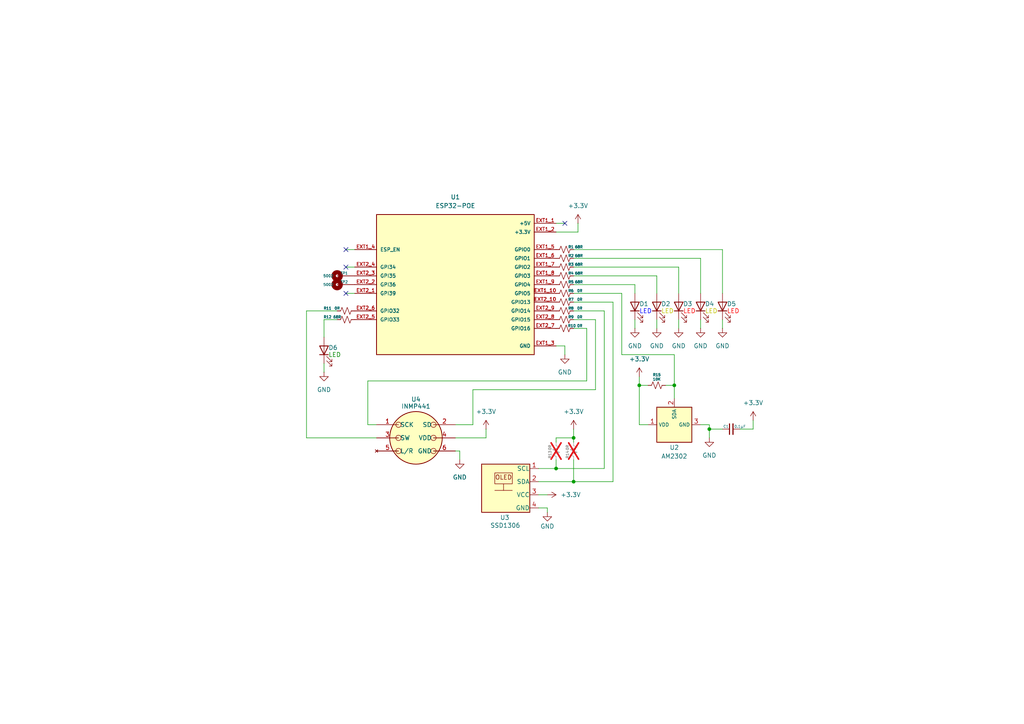
<source format=kicad_sch>
(kicad_sch (version 20250114) (generator "eeschema") (generator_version "9.0")
  (paper "A4")
  (lib_symbols
    (symbol "5002:5002" (pin_names (offset 1.016))
      (property "Reference" "TP" (at 1.016 -0.762 0))
      (property "Value" "5002" (at 4.318 -0.508 0))
      (symbol "5002_0_0"
        (circle (center 0 0) (radius 0.381) (stroke (width 1.27)))
      )
      (symbol "5002_1_0"
        (pin passive line (at -5.08 0 0) (length 5.08) (name "~") (number "TP"))
      )
    )
    (symbol "Custom_Parts:INMP441"
      (property "Reference" "U4" (at 11.176 0 90))
      (property "Value" "INMP441" (at 9.144 0 90))
      (symbol "INMP441_0_1"
        (circle (center -3.81 5.08) (radius 0.762))
        (circle (center -3.81 -5.08) (radius 0.762))
        (circle (center 0 5.08) (radius 0.762))
        (circle (center 0 0) (radius 7.62) (stroke (width 0.254)) (fill (type background)))
        (circle (center 0 -5.08) (radius 0.762))
        (circle (center 3.81 5.08) (radius 0.762))
        (circle (center 3.81 -5.08) (radius 0.762))
      )
      (symbol "INMP441_1_1"
        (pin power_in line (at -3.81 11.43 270) (length 6.35) (name "GND") (number "6"))
        (pin no_connect line (at -3.81 -11.43 90) (length 6.35) (name "L/R") (number "5"))
        (pin power_in line (at 0 11.43 270) (length 6.35) (name "VDD") (number "4"))
        (pin input line (at 0 -11.43 90) (length 6.35) (name "SW") (number "3"))
        (pin input line (at 3.81 11.43 270) (length 6.35) (name "SD") (number "2"))
        (pin input line (at 3.81 -11.43 90) (length 6.35) (name "SCK") (number "1"))
      )
    )
    (symbol "Custom_Parts:SSD1306" (pin_names (offset 0.0254))
      (property "Value" "SSD1306" (at 0 -7.366 0))
      (symbol "SSD1306_0_0"
        (rectangle (start -7.62 7.62) (end 6.35 -6.35) (stroke (width 0.254)) (fill (type background)))
      )
      (symbol "SSD1306_0_1"
        (polyline (pts (xy -1.27 0) (xy 0.635 0) (xy 0.635 2.54) (xy 3.81 2.54) (xy 3.81 -2.54) (xy 0.635 -2.54) (xy 0.635 0)))
        (polyline (pts (xy -1.27 -2.54) (xy -1.27 2.54)))
      )
      (symbol "SSD1306_1_1"
        (text "OLED" (at 2.54 0 900) (effects (font (size 1.27 1.27))))
        (pin power_in line (at -6.35 10.16 270) (length 2.54) (name "GND") (number "4"))
        (pin power_in line (at -2.54 10.16 270) (length 2.54) (name "VCC") (number "3"))
        (pin input line (at 1.27 10.16 270) (length 2.54) (name "SDA") (number "2"))
        (pin input line (at 5.08 10.16 270) (length 2.54) (name "SCL") (number "1"))
      )
    )
    (symbol "Device:C_Small" (pin_numbers (hide yes)) (pin_names (offset 0.254) (hide yes))
      (property "Reference" "C" (at 0.254 1.778 0))
      (property "Value" "C_Small" (at 0.254 -2.032 0))
      (symbol "C_Small_0_1"
        (polyline (pts (xy -1.524 0.508) (xy 1.524 0.508)) (stroke (width 0.3048)))
        (polyline (pts (xy -1.524 -0.508) (xy 1.524 -0.508)) (stroke (width 0.3302)))
      )
      (symbol "C_Small_1_1"
        (pin passive line (at 0 2.54 270) (length 2.032) (name "~") (number "1"))
        (pin passive line (at 0 -2.54 90) (length 2.032) (name "~") (number "2"))
      )
    )
    (symbol "Device:LED" (pin_numbers (hide yes)) (pin_names (offset 1.016) (hide yes))
      (property "Reference" "D" (at 0 2.54 0))
      (property "Value" "LED" (at 0 -2.54 0))
      (symbol "LED_0_1"
        (polyline (pts (xy -3.048 -0.762) (xy -4.572 -2.286) (xy -3.81 -2.286) (xy -4.572 -2.286) (xy -4.572 -1.524)))
        (polyline (pts (xy -1.778 -0.762) (xy -3.302 -2.286) (xy -2.54 -2.286) (xy -3.302 -2.286) (xy -3.302 -1.524)))
        (polyline (pts (xy -1.27 0) (xy 1.27 0)))
        (polyline (pts (xy -1.27 -1.27) (xy -1.27 1.27)) (stroke (width 0.254)))
        (polyline (pts (xy 1.27 -1.27) (xy 1.27 1.27) (xy -1.27 0) (xy 1.27 -1.27)) (stroke (width 0.254)))
      )
      (symbol "LED_1_1"
        (pin passive line (at -3.81 0 0) (length 2.54) (name "C") (number "C"))
        (pin passive line (at 3.81 0 180) (length 2.54) (name "A") (number "A"))
      )
    )
    (symbol "Device:R_Small_US" (pin_numbers (hide yes)) (pin_names (offset 0.254) (hide yes))
      (property "Reference" "R" (at -1.27 1.778 0))
      (property "Value" "R_Small_US" (at 0 1.778 0))
      (symbol "R_Small_US_1_1"
        (polyline (pts (xy 0 0) (xy -0.381 -1.016) (xy -0.762 0) (xy -1.143 1.016) (xy -1.524 0)))
        (polyline (pts (xy 1.524 0) (xy 1.143 -1.016) (xy 0.762 0) (xy 0.381 1.016) (xy 0 0)))
        (pin passive line (at -2.54 0 0) (length 1.016) (name "~") (number "2"))
        (pin passive line (at 2.54 0 180) (length 1.016) (name "~") (number "1"))
      )
    )
    (symbol "ESP32-POE:ESP32-POE" (pin_names (offset 1.016))
      (property "Reference" "U1" (at 0 25.4 0))
      (property "Value" "ESP32-POE" (at 0 22.86 0))
      (symbol "ESP32-POE_0_0"
        (rectangle (start -22.86 20.32) (end 22.86 -20.32) (stroke (width 0.254)) (fill (type background)))
        (pin input line (at -29.21 10.16 0) (length 6.35) (name "ESP_EN") (number "EXT1_4"))
        (pin input line (at -29.21 2.54 0) (length 6.35) (name "GPI35") (number "EXT2_3"))
        (pin input line (at -29.21 -2.54 0) (length 6.35) (name "GPI39") (number "EXT2_1"))
        (pin bidirectional line (at -29.21 -7.62 0) (length 6.35) (name "GPIO32") (number "EXT2_6"))
        (pin bidirectional line (at -29.21 -10.16 0) (length 6.35) (name "GPIO33") (number "EXT2_5"))
        (pin power_in line (at 29.21 17.78 180) (length 6.35) (name "+5V") (number "EXT1_1"))
        (pin power_in line (at 29.21 15.24 180) (length 6.35) (name "+3.3V") (number "EXT1_2"))
        (pin power_in line (at 29.21 -17.78 180) (length 6.35) (name "GND") (number "EXT1_3"))
      )
      (symbol "ESP32-POE_1_0"
        (pin input line (at -29.21 5.08 0) (length 6.35) (name "GPI34") (number "EXT2_4"))
        (pin input line (at -29.21 0 0) (length 6.35) (name "GPI36") (number "EXT2_2"))
        (pin bidirectional line (at 29.21 10.16 180) (length 6.35) (name "GPIO0") (number "EXT1_5"))
        (pin bidirectional line (at 29.21 7.62 180) (length 6.35) (name "GPIO1") (number "EXT1_6"))
        (pin bidirectional line (at 29.21 5.08 180) (length 6.35) (name "GPIO2") (number "EXT1_7"))
        (pin bidirectional line (at 29.21 2.54 180) (length 6.35) (name "GPIO3") (number "EXT1_8"))
        (pin bidirectional line (at 29.21 0 180) (length 6.35) (name "GPIO4") (number "EXT1_9"))
        (pin bidirectional line (at 29.21 -2.54 180) (length 6.35) (name "GPIO5") (number "EXT1_10"))
        (pin bidirectional line (at 29.21 -5.08 180) (length 6.35) (name "GPIO13") (number "EXT2_10"))
        (pin bidirectional line (at 29.21 -7.62 180) (length 6.35) (name "GPIO14") (number "EXT2_9"))
        (pin bidirectional line (at 29.21 -10.16 180) (length 6.35) (name "GPIO15") (number "EXT2_8"))
        (pin bidirectional line (at 29.21 -12.7 180) (length 6.35) (name "GPIO16") (number "EXT2_7"))
      )
    )
    (symbol "Sensor:AM2302"
      (property "Reference" "U2" (at -7.62 0 90))
      (property "Value" "AM2302" (at -10.16 0 90))
      (symbol "AM2302_0_1"
        (rectangle (start -5.08 5.08) (end 5.08 -5.08) (stroke (width 0.254)) (fill (type background)))
      )
      (symbol "AM2302_1_1"
        (pin power_in line (at 0 7.62 270) (length 2.54) (name "VDD") (number "1"))
        (pin power_in line (at 0 -7.62 90) (length 2.54) (name "GND") (number "3"))
        (pin passive line (at 0 -7.62 90) (length 2.54) (hide yes) (name "GND") (number "4"))
        (pin bidirectional line (at 7.62 0 180) (length 2.54) (name "SDA") (number "2"))
      )
    )
    (symbol "power:+3.3V" (power) (pin_numbers (hide yes)) (pin_names (offset 0) (hide yes))
      (property "Value" "+3.3V" (at 0 3.556 0))
      (symbol "+3.3V_0_1"
        (polyline (pts (xy -0.762 1.27) (xy 0 2.54)))
        (polyline (pts (xy 0 2.54) (xy 0.762 1.27)))
        (polyline (pts (xy 0 0) (xy 0 2.54)))
      )
      (symbol "+3.3V_1_1"
        (pin power_in line (at 0 0 90) (length 0) (name "~") (number "1"))
      )
    )
    (symbol "power:GND" (power) (pin_numbers (hide yes)) (pin_names (offset 0) (hide yes))
      (property "Value" "GND" (at 0 -3.81 0))
      (symbol "GND_0_1"
        (polyline (pts (xy 0 0) (xy 0 -1.27) (xy 1.27 -1.27) (xy 0 -2.54) (xy -1.27 -1.27) (xy 0 -1.27)))
      )
      (symbol "GND_1_1"
        (pin power_in line (at 0 0 270) (length 0) (name "~") (number "1"))
      )
    )
  )
  (junction (at 195.58 111.76))
  (junction (at 205.74 124.46))
  (junction (at 166.37 127))
  (junction (at 166.37 139.7))
  (junction (at 185.42 111.76))
  (junction (at 161.29 135.89))
  (no_connect (at 163.83 64.77))
  (no_connect (at 100.33 77.47))
  (no_connect (at 100.33 72.39))
  (no_connect (at 100.33 85.09))
  (wire (pts (xy 161.29 135.89) (xy 156.21 135.89)))
  (wire (pts (xy 156.21 139.7) (xy 166.37 139.7)))
  (wire (pts (xy 180.34 102.87) (xy 195.58 102.87)))
  (wire (pts (xy 166.37 127) (xy 166.37 128.27)))
  (wire (pts (xy 106.68 123.19) (xy 109.22 123.19)))
  (wire (pts (xy 185.42 111.76) (xy 187.96 111.76)))
  (wire (pts (xy 93.98 92.71) (xy 97.79 92.71)))
  (wire (pts (xy 166.37 74.93) (xy 203.2 74.93)))
  (wire (pts (xy 97.79 90.17) (xy 88.9 90.17)))
  (wire (pts (xy 166.37 85.09) (xy 180.34 85.09)))
  (wire (pts (xy 209.55 72.39) (xy 209.55 85.09)))
  (wire (pts (xy 185.42 111.76) (xy 185.42 123.19)))
  (wire (pts (xy 88.9 90.17) (xy 88.9 127)))
  (wire (pts (xy 184.15 82.55) (xy 184.15 85.09)))
  (wire (pts (xy 156.21 143.51) (xy 158.75 143.51)))
  (wire (pts (xy 175.26 90.17) (xy 175.26 135.89)))
  (wire (pts (xy 100.33 72.39) (xy 102.87 72.39)))
  (wire (pts (xy 163.83 100.33) (xy 163.83 102.87)))
  (wire (pts (xy 161.29 135.89) (xy 175.26 135.89)))
  (wire (pts (xy 137.16 123.19) (xy 132.08 123.19)))
  (wire (pts (xy 190.5 92.71) (xy 190.5 95.25)))
  (wire (pts (xy 172.72 92.71) (xy 172.72 113.03)))
  (wire (pts (xy 156.21 147.32) (xy 158.75 147.32)))
  (wire (pts (xy 132.08 130.81) (xy 133.35 130.81)))
  (wire (pts (xy 166.37 87.63) (xy 177.8 87.63)))
  (wire (pts (xy 161.29 67.31) (xy 167.64 67.31)))
  (wire (pts (xy 172.72 113.03) (xy 137.16 113.03)))
  (wire (pts (xy 166.37 133.35) (xy 166.37 139.7)))
  (wire (pts (xy 93.98 92.71) (xy 93.98 97.79)))
  (wire (pts (xy 140.97 124.46) (xy 140.97 127)))
  (wire (pts (xy 93.98 105.41) (xy 93.98 107.95)))
  (wire (pts (xy 161.29 127) (xy 166.37 127)))
  (wire (pts (xy 184.15 92.71) (xy 184.15 95.25)))
  (wire (pts (xy 166.37 80.01) (xy 190.5 80.01)))
  (wire (pts (xy 190.5 80.01) (xy 190.5 85.09)))
  (wire (pts (xy 158.75 147.32) (xy 158.75 148.59)))
  (wire (pts (xy 167.64 64.77) (xy 167.64 67.31)))
  (wire (pts (xy 205.74 123.19) (xy 205.74 124.46)))
  (wire (pts (xy 218.44 124.46) (xy 214.63 124.46)))
  (wire (pts (xy 88.9 127) (xy 109.22 127)))
  (wire (pts (xy 218.44 124.46) (xy 218.44 121.92)))
  (wire (pts (xy 180.34 85.09) (xy 180.34 102.87)))
  (wire (pts (xy 166.37 90.17) (xy 175.26 90.17)))
  (wire (pts (xy 170.18 95.25) (xy 170.18 110.49)))
  (wire (pts (xy 195.58 111.76) (xy 195.58 115.57)))
  (wire (pts (xy 166.37 92.71) (xy 172.72 92.71)))
  (wire (pts (xy 166.37 124.46) (xy 166.37 127)))
  (wire (pts (xy 170.18 110.49) (xy 106.68 110.49)))
  (wire (pts (xy 161.29 64.77) (xy 163.83 64.77)))
  (wire (pts (xy 166.37 95.25) (xy 170.18 95.25)))
  (wire (pts (xy 166.37 72.39) (xy 209.55 72.39)))
  (wire (pts (xy 196.85 77.47) (xy 196.85 85.09)))
  (wire (pts (xy 203.2 123.19) (xy 205.74 123.19)))
  (wire (pts (xy 140.97 127) (xy 132.08 127)))
  (wire (pts (xy 166.37 82.55) (xy 184.15 82.55)))
  (wire (pts (xy 100.33 77.47) (xy 102.87 77.47)))
  (wire (pts (xy 161.29 127) (xy 161.29 128.27)))
  (wire (pts (xy 106.68 110.49) (xy 106.68 123.19)))
  (wire (pts (xy 203.2 92.71) (xy 203.2 95.25)))
  (wire (pts (xy 185.42 109.22) (xy 185.42 111.76)))
  (wire (pts (xy 205.74 124.46) (xy 205.74 127)))
  (wire (pts (xy 203.2 74.93) (xy 203.2 85.09)))
  (wire (pts (xy 177.8 87.63) (xy 177.8 139.7)))
  (wire (pts (xy 100.33 85.09) (xy 102.87 85.09)))
  (wire (pts (xy 166.37 77.47) (xy 196.85 77.47)))
  (wire (pts (xy 205.74 124.46) (xy 209.55 124.46)))
  (wire (pts (xy 161.29 133.35) (xy 161.29 135.89)))
  (wire (pts (xy 196.85 92.71) (xy 196.85 95.25)))
  (wire (pts (xy 195.58 102.87) (xy 195.58 111.76)))
  (wire (pts (xy 193.04 111.76) (xy 195.58 111.76)))
  (wire (pts (xy 187.96 123.19) (xy 185.42 123.19)))
  (wire (pts (xy 209.55 92.71) (xy 209.55 95.25)))
  (wire (pts (xy 166.37 139.7) (xy 177.8 139.7)))
  (wire (pts (xy 161.29 100.33) (xy 163.83 100.33)))
  (wire (pts (xy 133.35 130.81) (xy 133.35 133.35)))
  (wire (pts (xy 137.16 113.03) (xy 137.16 123.19)))
  (symbol (lib_id "Device:LED") (at 93.98 101.6 90) (unit 1)
    (property "Reference" "D6" (at 95.25 100.838 90) (effects (justify right)))
    (property "Value" "LED" (at 95.25 102.87 90) (effects (justify right)))
    (property "Footprint" "Standard_LED_Throughhole:Standard_LED_Throughhole" (effects (hide yes)))
    (property "Description" "Light emitting diode" (effects (hide yes)))
    (property "Sim.Pins" "1=K 2=A" (effects (hide yes)))
  )
  (symbol (lib_id "Device:R_Small_US") (at 163.83 77.47 0) (unit 1)
    (property "Reference" "R3" (at 165.608 76.708 0) (effects (font (size 0.762 0.762))))
    (property "Value" "68R" (at 167.894 76.708 0) (effects (font (size 0.762 0.762))))
    (property "Footprint" "Resistor_SMD:R_0603_1608Metric" (effects (hide yes)))
    (property "Description" "Resistor, small US symbol" (effects (hide yes)))
  )
  (symbol (lib_id "power:+3.3V") (at 218.44 121.92 0) (unit 1)
    (property "Reference" "#PWR016" (effects (hide yes)))
    (property "Value" "+3.3V" (at 218.44 116.84 0))
    (property "Description" "Power symbol creates a global label with name \"+3.3V\"" (effects (hide yes)))
  )
  (symbol (lib_id "Device:R_Small_US") (at 163.83 92.71 0) (unit 1)
    (property "Reference" "R9" (at 165.608 91.948 0) (effects (font (size 0.762 0.762))))
    (property "Value" "0R" (at 168.148 91.948 0) (effects (font (size 0.762 0.762))))
    (property "Footprint" "Resistor_SMD:R_0603_1608Metric" (effects (hide yes)))
    (property "Description" "Resistor, small US symbol" (effects (hide yes)))
  )
  (symbol (lib_id "Device:R_Small_US") (at 166.37 130.81 90) (unit 1) (dnp yes)
    (property "Reference" "R14" (at 164.592 131.826 0) (effects (font (size 0.762 0.762))))
    (property "Value" "0R" (at 164.592 129.794 0) (effects (font (size 0.762 0.762))))
    (property "Footprint" "Resistor_SMD:R_0603_1608Metric" (effects (hide yes)))
    (property "Description" "Resistor, small US symbol" (effects (hide yes)))
  )
  (symbol (lib_id "Device:R_Small_US") (at 163.83 85.09 0) (unit 1)
    (property "Reference" "R6" (at 165.608 84.328 0) (effects (font (size 0.762 0.762))))
    (property "Value" "0R" (at 168.148 84.328 0) (effects (font (size 0.762 0.762))))
    (property "Footprint" "Resistor_SMD:R_0603_1608Metric" (effects (hide yes)))
    (property "Description" "Resistor, small US symbol" (effects (hide yes)))
  )
  (symbol (lib_id "Device:R_Small_US") (at 163.83 87.63 0) (unit 1)
    (property "Reference" "R7" (at 165.608 86.868 0) (effects (font (size 0.762 0.762))))
    (property "Value" "0R" (at 168.148 86.868 0) (effects (font (size 0.762 0.762))))
    (property "Footprint" "Resistor_SMD:R_0603_1608Metric" (effects (hide yes)))
    (property "Description" "Resistor, small US symbol" (effects (hide yes)))
  )
  (symbol (lib_id "5002:5002") (at 97.79 80.01 180) (unit 1)
    (property "Reference" "TP1" (at 99.822 79.248 0) (effects (font (size 0.762 0.762) (thickness 0.0953))))
    (property "Value" "5002" (at 95.25 80.01 0) (effects (font (size 0.762 0.762) (thickness 0.0953))))
    (property "Footprint" "5002:KEYSTONE_5002" (effects (hide yes)))
    (property "PARTREV" "H" (effects (hide yes)))
    (property "STANDARD" "Manufacturer Recommendations" (effects (hide yes)))
    (property "SNAPEDA_PN" "5000" (effects (hide yes)))
    (property "MAXIMUM_PACKAGE_HEIGHT" "4.57 mm" (effects (hide yes)))
    (property "MANUFACTURER" "Keystone" (effects (hide yes)))
  )
  (symbol (lib_id "power:GND") (at 196.85 95.25 0) (unit 1)
    (property "Reference" "#PWR05" (effects (hide yes)))
    (property "Value" "GND" (at 196.85 100.33 0))
    (property "Description" "Power symbol creates a global label with name \"GND\" , ground" (effects (hide yes)))
  )
  (symbol (lib_id "Device:LED") (at 196.85 88.9 90) (unit 1)
    (property "Reference" "D3" (at 198.12 88.138 90) (effects (justify right)))
    (property "Value" "LED" (at 198.12 90.17 90) (effects (justify right)))
    (property "Footprint" "Standard_LED_Throughhole:Standard_LED_Throughhole" (effects (hide yes)))
    (property "Description" "Light emitting diode" (effects (hide yes)))
    (property "Sim.Pins" "1=K 2=A" (effects (hide yes)))
  )
  (symbol (lib_id "power:GND") (at 209.55 95.25 0) (unit 1)
    (property "Reference" "#PWR07" (effects (hide yes)))
    (property "Value" "GND" (at 209.55 100.33 0))
    (property "Description" "Power symbol creates a global label with name \"GND\" , ground" (effects (hide yes)))
  )
  (symbol (lib_id "power:GND") (at 190.5 95.25 0) (unit 1)
    (property "Reference" "#PWR04" (effects (hide yes)))
    (property "Value" "GND" (at 190.5 100.33 0))
    (property "Description" "Power symbol creates a global label with name \"GND\" , ground" (effects (hide yes)))
  )
  (symbol (lib_id "power:GND") (at 184.15 95.25 0) (unit 1)
    (property "Reference" "#PWR02" (effects (hide yes)))
    (property "Value" "GND" (at 184.15 100.33 0))
    (property "Description" "Power symbol creates a global label with name \"GND\" , ground" (effects (hide yes)))
  )
  (symbol (lib_id "power:+3.3V") (at 158.75 143.51 270) (unit 1)
    (property "Reference" "#PWR013" (effects (hide yes)))
    (property "Value" "+3.3V" (at 162.56 143.5099 90) (effects (justify left)))
    (property "Description" "Power symbol creates a global label with name \"+3.3V\"" (effects (hide yes)))
  )
  (symbol (lib_id "Device:LED") (at 190.5 88.9 90) (unit 1)
    (property "Reference" "D2" (at 191.77 88.138 90) (effects (justify right)))
    (property "Value" "LED" (at 191.77 90.17 90) (effects (justify right)))
    (property "Footprint" "Standard_LED_Throughhole:Standard_LED_Throughhole" (effects (hide yes)))
    (property "Description" "Light emitting diode" (effects (hide yes)))
    (property "Sim.Pins" "1=K 2=A" (effects (hide yes)))
  )
  (symbol (lib_id "power:GND") (at 133.35 133.35 0) (unit 1)
    (property "Reference" "#PWR014" (effects (hide yes)))
    (property "Value" "GND" (at 133.35 138.43 0))
    (property "Description" "Power symbol creates a global label with name \"GND\" , ground" (effects (hide yes)))
  )
  (symbol (lib_id "Device:C_Small") (at 212.09 124.46 90) (unit 1)
    (property "Reference" "C1" (at 210.566 123.698 90) (effects (font (size 0.762 0.762) (thickness 0.0953))))
    (property "Value" "0.1µF" (at 214.63 123.698 90) (effects (font (size 0.762 0.762) (thickness 0.0953))))
    (property "Footprint" "Capacitor_SMD:C_0603_1608Metric" (effects (hide yes)))
    (property "Description" "Unpolarized capacitor, small symbol" (effects (hide yes)))
  )
  (symbol (lib_id "Device:LED") (at 203.2 88.9 90) (unit 1)
    (property "Reference" "D4" (at 204.47 88.138 90) (effects (justify right)))
    (property "Value" "LED" (at 204.47 90.17 90) (effects (justify right)))
    (property "Footprint" "Standard_LED_Throughhole:Standard_LED_Throughhole" (effects (hide yes)))
    (property "Description" "Light emitting diode" (effects (hide yes)))
    (property "Sim.Pins" "1=K 2=A" (effects (hide yes)))
  )
  (symbol (lib_id "Device:R_Small_US") (at 163.83 90.17 0) (unit 1)
    (property "Reference" "R8" (at 165.608 89.408 0) (effects (font (size 0.762 0.762))))
    (property "Value" "0R" (at 168.148 89.408 0) (effects (font (size 0.762 0.762))))
    (property "Footprint" "Resistor_SMD:R_0603_1608Metric" (effects (hide yes)))
    (property "Description" "Resistor, small US symbol" (effects (hide yes)))
  )
  (symbol (lib_id "Device:R_Small_US") (at 190.5 111.76 0) (unit 1)
    (property "Reference" "R15" (at 190.5 108.712 0) (effects (font (size 0.762 0.762))))
    (property "Value" "10K" (at 190.5 109.982 0) (effects (font (size 0.762 0.762))))
    (property "Footprint" "Resistor_SMD:R_0603_1608Metric" (effects (hide yes)))
    (property "Description" "Resistor, small US symbol" (effects (hide yes)))
  )
  (symbol (lib_id "Device:R_Small_US") (at 161.29 130.81 90) (unit 1) (dnp yes)
    (property "Reference" "R13" (at 159.512 131.826 0) (effects (font (size 0.762 0.762))))
    (property "Value" "0R" (at 159.512 129.794 0) (effects (font (size 0.762 0.762))))
    (property "Footprint" "Resistor_SMD:R_0603_1608Metric" (effects (hide yes)))
    (property "Description" "Resistor, small US symbol" (effects (hide yes)))
  )
  (symbol (lib_id "Device:R_Small_US") (at 100.33 92.71 0) (unit 1)
    (property "Reference" "R12" (at 94.996 91.948 0) (effects (font (size 0.762 0.762))))
    (property "Value" "68R" (at 97.79 91.948 0) (effects (font (size 0.762 0.762))))
    (property "Footprint" "Resistor_SMD:R_0603_1608Metric" (effects (hide yes)))
    (property "Description" "Resistor, small US symbol" (effects (hide yes)))
  )
  (symbol (lib_id "Sensor:AM2302") (at 195.58 123.19 90) (unit 1)
    (property "Reference" "U2" (at 195.58 129.794 90))
    (property "Value" "AM2302" (at 195.58 132.334 90))
    (property "Footprint" "Sensor:ASAIR_AM2302_P2.54mm_Lead2.75mm_TabDown" (effects (hide yes)))
    (property "Datasheet" "http://akizukidenshi.com/download/ds/aosong/AM2302.pdf" (effects (hide yes)))
    (property "Description" "3.3 to 5.0V, Temperature and humidity module,  DHT22, AM2302" (effects (hide yes)))
  )
  (symbol (lib_id "Device:R_Small_US") (at 163.83 95.25 0) (unit 1)
    (property "Reference" "R10" (at 165.862 94.488 0) (effects (font (size 0.762 0.762))))
    (property "Value" "0R" (at 168.148 94.488 0) (effects (font (size 0.762 0.762))))
    (property "Footprint" "Resistor_SMD:R_0603_1608Metric" (effects (hide yes)))
    (property "Description" "Resistor, small US symbol" (effects (hide yes)))
  )
  (symbol (lib_id "Device:R_Small_US") (at 163.83 80.01 0) (unit 1)
    (property "Reference" "R4" (at 165.608 79.248 0) (effects (font (size 0.762 0.762))))
    (property "Value" "68R" (at 167.894 79.248 0) (effects (font (size 0.762 0.762))))
    (property "Footprint" "Resistor_SMD:R_0603_1608Metric" (effects (hide yes)))
    (property "Description" "Resistor, small US symbol" (effects (hide yes)))
  )
  (symbol (lib_id "Device:R_Small_US") (at 163.83 74.93 0) (unit 1)
    (property "Reference" "R2" (at 165.608 74.168 0) (effects (font (size 0.762 0.762))))
    (property "Value" "68R" (at 167.894 74.168 0) (effects (font (size 0.762 0.762))))
    (property "Footprint" "Resistor_SMD:R_0603_1608Metric" (effects (hide yes)))
    (property "Description" "Resistor, small US symbol" (effects (hide yes)))
  )
  (symbol (lib_id "power:+3.3V") (at 167.64 64.77 0) (unit 1)
    (property "Reference" "#PWR010" (effects (hide yes)))
    (property "Value" "+3.3V" (at 167.64 59.69 0))
    (property "Description" "Power symbol creates a global label with name \"+3.3V\"" (effects (hide yes)))
  )
  (symbol (lib_id "power:GND") (at 158.75 148.59 0) (unit 1)
    (property "Reference" "#PWR012" (effects (hide yes)))
    (property "Value" "GND" (at 158.75 152.654 0))
    (property "Description" "Power symbol creates a global label with name \"GND\" , ground" (effects (hide yes)))
  )
  (symbol (lib_id "Device:R_Small_US") (at 163.83 72.39 0) (unit 1)
    (property "Reference" "R1" (at 165.608 71.628 0) (effects (font (size 0.762 0.762))))
    (property "Value" "68R" (at 167.894 71.628 0) (effects (font (size 0.762 0.762))))
    (property "Footprint" "Resistor_SMD:R_0603_1608Metric" (effects (hide yes)))
    (property "Description" "Resistor, small US symbol" (effects (hide yes)))
  )
  (symbol (lib_id "power:+3.3V") (at 140.97 124.46 0) (unit 1)
    (property "Reference" "#PWR015" (effects (hide yes)))
    (property "Value" "+3.3V" (at 140.97 119.38 0))
    (property "Description" "Power symbol creates a global label with name \"+3.3V\"" (effects (hide yes)))
  )
  (symbol (lib_id "power:GND") (at 163.83 102.87 0) (unit 1)
    (property "Reference" "#PWR011" (effects (hide yes)))
    (property "Value" "GND" (at 163.83 107.95 0))
    (property "Description" "Power symbol creates a global label with name \"GND\" , ground" (effects (hide yes)))
  )
  (symbol (lib_id "Custom_Parts:INMP441") (at 120.65 127 270) (mirror x) (unit 1)
    (property "Reference" "U4" (at 120.65 115.824 90))
    (property "Value" "INMP441" (at 120.65 117.856 90))
    (property "Footprint" "Custom_Footprints:INMP441" (effects (hide yes)))
    (property "Description" "Omnidirectional Microphone I2S" (effects (hide yes)))
  )
  (symbol (lib_id "5002:5002") (at 97.79 82.55 180) (unit 1)
    (property "Reference" "TP2" (at 99.822 81.788 0) (effects (font (size 0.762 0.762) (thickness 0.0953))))
    (property "Value" "5002" (at 95.25 82.55 0) (effects (font (size 0.762 0.762) (thickness 0.0953))))
    (property "Footprint" "5002:KEYSTONE_5002" (effects (hide yes)))
    (property "PARTREV" "H" (effects (hide yes)))
    (property "STANDARD" "Manufacturer Recommendations" (effects (hide yes)))
    (property "SNAPEDA_PN" "5000" (effects (hide yes)))
    (property "MAXIMUM_PACKAGE_HEIGHT" "4.57 mm" (effects (hide yes)))
    (property "MANUFACTURER" "Keystone" (effects (hide yes)))
  )
  (symbol (lib_id "power:+3.3V") (at 185.42 109.22 0) (unit 1)
    (property "Reference" "#PWR01" (effects (hide yes)))
    (property "Value" "+3.3V" (at 185.42 104.14 0))
    (property "Description" "Power symbol creates a global label with name \"+3.3V\"" (effects (hide yes)))
  )
  (symbol (lib_id "Device:LED") (at 209.55 88.9 90) (unit 1)
    (property "Reference" "D5" (at 210.82 88.138 90) (effects (justify right)))
    (property "Value" "LED" (at 210.82 90.17 90) (effects (justify right)))
    (property "Footprint" "Standard_LED_Throughhole:Standard_LED_Throughhole" (effects (hide yes)))
    (property "Description" "Light emitting diode" (effects (hide yes)))
    (property "Sim.Pins" "1=K 2=A" (effects (hide yes)))
  )
  (symbol (lib_id "Device:LED") (at 184.15 88.9 90) (unit 1)
    (property "Reference" "D1" (at 185.42 88.138 90) (effects (justify right)))
    (property "Value" "LED" (at 185.42 90.17 90) (effects (justify right)))
    (property "Footprint" "Standard_LED_Throughhole:Standard_LED_Throughhole" (effects (hide yes)))
    (property "Description" "Light emitting diode" (effects (hide yes)))
    (property "Sim.Pins" "1=K 2=A" (effects (hide yes)))
  )
  (symbol (lib_id "ESP32-POE:ESP32-POE") (at 132.08 82.55 0) (unit 1)
    (property "Reference" "U1" (at 132.08 57.15 0))
    (property "Value" "ESP32-POE" (at 132.08 59.69 0))
    (property "Footprint" "ESP32-POE:MODULE_ESP32-POE" (effects (hide yes)))
    (property "MF" "Olimex LTD" (effects (hide yes)))
    (property "MAXIMUM_PACKAGE_HEIGHT" "N/A" (effects (hide yes)))
    (property "Package" "Package" (effects (hide yes)))
    (property "Price" "None" (effects (hide yes)))
    (property "Check_prices" "https://www.snapeda.com/parts/ESP32-POE/Olimex/view-part/?ref=eda" (effects (hide yes)))
    (property "STANDARD" "Manufacturer Recommendations" (effects (hide yes)))
    (property "PARTREV" "L1" (effects (hide yes)))
    (property "SnapEDA_Link" "https://www.snapeda.com/parts/ESP32-POE/Olimex/view-part/?ref=snap" (effects (hide yes)))
    (property "MP" "ESP32-POE" (effects (hide yes)))
    (property "Description_1" "ESP32-WROOM32 ESP32 Transceiver; 802.11 b/g/n (Wi-Fi, WiFi, WLAN), Bluetooth® Smart 4.x Low Energy (BLE) 2.4GHz Evaluation Board" (effects (hide yes)))
    (property "Availability" "In Stock" (effects (hide yes)))
    (property "MANUFACTURER" "Olimex LTD" (effects (hide yes)))
  )
  (symbol (lib_id "power:GND") (at 205.74 127 0) (unit 1)
    (property "Reference" "#PWR03" (effects (hide yes)))
    (property "Value" "GND" (at 205.74 132.08 0))
    (property "Description" "Power symbol creates a global label with name \"GND\" , ground" (effects (hide yes)))
  )
  (symbol (lib_id "power:GND") (at 203.2 95.25 0) (unit 1)
    (property "Reference" "#PWR06" (effects (hide yes)))
    (property "Value" "GND" (at 203.2 100.33 0))
    (property "Description" "Power symbol creates a global label with name \"GND\" , ground" (effects (hide yes)))
  )
  (symbol (lib_id "power:GND") (at 93.98 107.95 0) (unit 1)
    (property "Reference" "#PWR08" (effects (hide yes)))
    (property "Value" "GND" (at 93.98 113.03 0))
    (property "Description" "Power symbol creates a global label with name \"GND\" , ground" (effects (hide yes)))
  )
  (symbol (lib_id "Custom_Parts:SSD1306") (at 146.05 140.97 270) (mirror x) (unit 1)
    (property "Reference" "U3" (at 145.034 150.114 90) (effects (justify left)))
    (property "Value" "SSD1306" (at 146.558 152.4 90))
    (property "Footprint" "SSD1306:128x64OLED" (effects (hide yes)))
    (property "Description" "0.96 in OLED I2C IIC Display" (effects (hide yes)))
  )
  (symbol (lib_id "Device:R_Small_US") (at 163.83 82.55 0) (unit 1)
    (property "Reference" "R5" (at 165.608 81.788 0) (effects (font (size 0.762 0.762))))
    (property "Value" "68R" (at 167.894 81.788 0) (effects (font (size 0.762 0.762))))
    (property "Footprint" "Resistor_SMD:R_0603_1608Metric" (effects (hide yes)))
    (property "Description" "Resistor, small US symbol" (effects (hide yes)))
  )
  (symbol (lib_id "Device:R_Small_US") (at 100.33 90.17 0) (unit 1)
    (property "Reference" "R11" (at 94.996 89.408 0) (effects (font (size 0.762 0.762))))
    (property "Value" "0R" (at 97.79 89.408 0) (effects (font (size 0.762 0.762))))
    (property "Footprint" "Resistor_SMD:R_0603_1608Metric" (effects (hide yes)))
    (property "Description" "Resistor, small US symbol" (effects (hide yes)))
  )
  (symbol (lib_id "power:+3.3V") (at 166.37 124.46 0) (unit 1)
    (property "Reference" "#PWR09" (effects (hide yes)))
    (property "Value" "+3.3V" (at 166.37 119.38 0))
    (property "Description" "Power symbol creates a global label with name \"+3.3V\"" (effects (hide yes)))
  )
)
</source>
